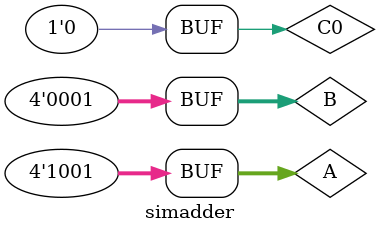
<source format=v>
`timescale 1ns / 1ps
module simadder(
    );
    // Inputs
        reg [3:0] A;
        reg [3:0] B;
        reg C0;
    // Outputs
        wire C4;
        wire [3:0] F;
    // Instantiate the Unit Under Test (UUT)
      chaoadder uut 
               (.A(A), 
              .B(B), 
              .C0(C0), 
              .C4(C4), 
              .F(F)
                 );
     initial begin
            // Initialize Inputs
                    C0 = 0;
            // Wait 100 ns for global reset to finish
            #100;
    // Add stimulus here
        begin A = 'B1100;B='B1011;C0 = 0;end
            #100;
            begin A = 'B1011;B='B0010;C0 = 1;end
            #100;
            begin A = 'B1011;B='B1101;C0 = 0;end
            #100;
            begin A = 'B1010;B='B0010;C0 = 1;end
            #100;
            A = 'B0111;B='B1000;C0= 0;
            #100;
            begin A = 'B0011;B='B0100;C0 = 1;end
            #100;
            begin A = 'B1001;B='B0001;C0 = 0;end
            #100;
        end
endmodule

</source>
